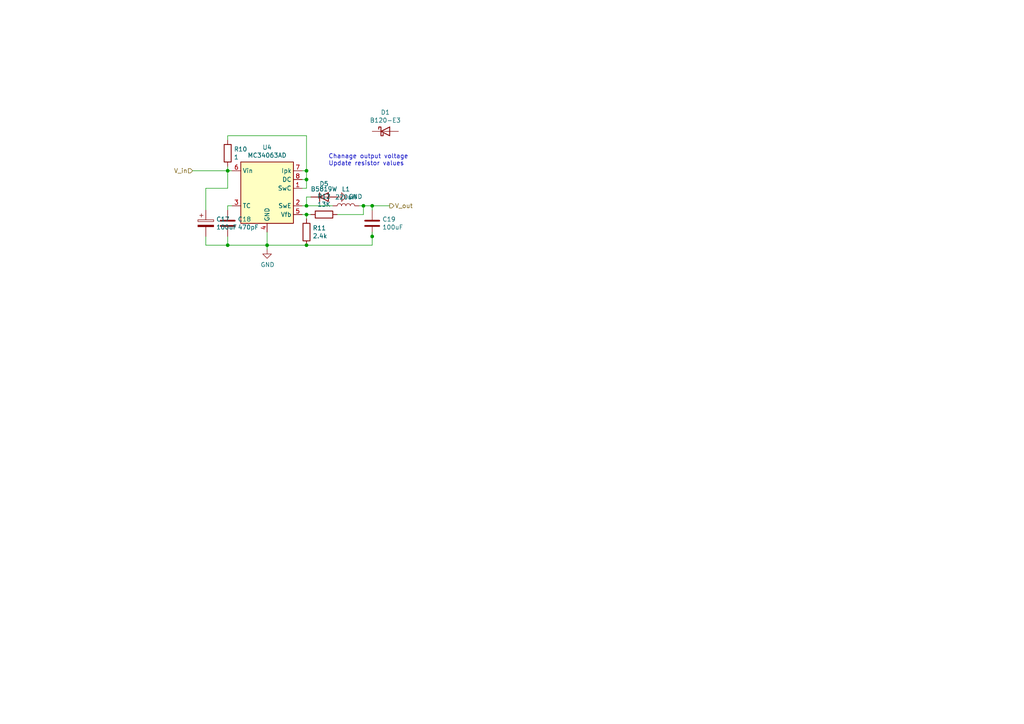
<source format=kicad_sch>
(kicad_sch (version 20220104) (generator eeschema)
  (paper "A4")
  (lib_symbols
    (symbol "Device:C" (pin_numbers hide) (pin_names (offset 0.254))
      (property "Reference" "C" (at 0.635 2.54 0))
      (property "Value" "C" (at 0.635 -2.54 0))
      (symbol "C_0_1"
        (polyline (pts (xy -2.032 -0.762) (xy 2.032 -0.762)) (stroke (width 0.508)))
        (polyline (pts (xy -2.032 0.762) (xy 2.032 0.762)) (stroke (width 0.508)))
      )
      (symbol "C_1_1"
        (pin passive line (at 0 3.81 270) (length 2.794) (name "~") (number "1"))
        (pin passive line (at 0 -3.81 90) (length 2.794) (name "~") (number "2"))
      )
    )
    (symbol "Device:CP" (pin_numbers hide) (pin_names (offset 0.254))
      (property "Reference" "C" (at 0.635 2.54 0))
      (property "Value" "Device_CP" (at 0.635 -2.54 0))
      (symbol "CP_0_1"
        (rectangle (start -2.286 0.508) (end 2.286 1.016))
        (polyline (pts (xy -1.778 2.286) (xy -0.762 2.286)))
        (polyline (pts (xy -1.27 2.794) (xy -1.27 1.778)))
        (rectangle (start 2.286 -0.508) (end -2.286 -1.016) (fill (type outline)))
      )
      (symbol "CP_1_1"
        (pin passive line (at 0 3.81 270) (length 2.794) (name "~") (number "1"))
        (pin passive line (at 0 -3.81 90) (length 2.794) (name "~") (number "2"))
      )
    )
    (symbol "Device:D" (pin_numbers hide) (pin_names (offset 1.016) hide)
      (property "Reference" "D" (at 0 2.54 0))
      (property "Value" "D" (at 0 -2.54 0))
      (symbol "D_0_1"
        (polyline (pts (xy -1.27 1.27) (xy -1.27 -1.27)) (stroke (width 0.254)))
        (polyline (pts (xy 1.27 0) (xy -1.27 0)))
        (polyline (pts (xy 1.27 1.27) (xy 1.27 -1.27) (xy -1.27 0) (xy 1.27 1.27)) (stroke (width 0.254)))
      )
      (symbol "D_1_1"
        (pin passive line (at -3.81 0 0) (length 2.54) (name "K") (number "1"))
        (pin passive line (at 3.81 0 180) (length 2.54) (name "A") (number "2"))
      )
    )
    (symbol "Device:L" (pin_numbers hide) (pin_names (offset 1.016) hide)
      (property "Reference" "L" (at -1.27 0 90))
      (property "Value" "L" (at 1.905 0 90))
      (symbol "L_0_1"
        (arc (start 0 -2.54) (mid 0.635 -1.905) (end 0 -1.27))
        (arc (start 0 -1.27) (mid 0.635 -0.635) (end 0 0))
        (arc (start 0 0) (mid 0.635 0.635) (end 0 1.27))
        (arc (start 0 1.27) (mid 0.635 1.905) (end 0 2.54))
      )
      (symbol "L_1_1"
        (pin passive line (at 0 3.81 270) (length 1.27) (name "1") (number "1"))
        (pin passive line (at 0 -3.81 90) (length 1.27) (name "2") (number "2"))
      )
    )
    (symbol "Device:R" (pin_numbers hide) (pin_names (offset 0))
      (property "Reference" "R" (at 2.032 0 90))
      (property "Value" "R" (at 0 0 90))
      (symbol "R_0_1"
        (rectangle (start -1.016 -2.54) (end 1.016 2.54) (stroke (width 0.254)))
      )
      (symbol "R_1_1"
        (pin passive line (at 0 3.81 270) (length 1.27) (name "~") (number "1"))
        (pin passive line (at 0 -3.81 90) (length 1.27) (name "~") (number "2"))
      )
    )
    (symbol "Diode:B120-E3" (pin_numbers hide) (pin_names hide)
      (property "Reference" "D" (at 0 2.54 0))
      (property "Value" "B120-E3" (at 0 -2.54 0))
      (symbol "B120-E3_0_1"
        (polyline (pts (xy 1.27 0) (xy -1.27 0)))
        (polyline (pts (xy 1.27 1.27) (xy 1.27 -1.27) (xy -1.27 0) (xy 1.27 1.27)) (stroke (width 0.254)))
        (polyline (pts (xy -1.905 0.635) (xy -1.905 1.27) (xy -1.27 1.27) (xy -1.27 -1.27) (xy -0.635 -1.27) (xy -0.635 -0.635)) (stroke (width 0.254)))
      )
      (symbol "B120-E3_1_1"
        (pin passive line (at -3.81 0 0) (length 2.54) (name "K") (number "1"))
        (pin passive line (at 3.81 0 180) (length 2.54) (name "A") (number "2"))
      )
    )
    (symbol "Regulator_Switching:MC34063AD"
      (property "Reference" "U" (at -7.62 8.89 0))
      (property "Value" "MC34063AD" (at 0 8.89 0))
      (symbol "MC34063AD_0_1"
        (rectangle (start -7.62 7.62) (end 7.62 -10.16) (stroke (width 0.254)) (fill (type background)))
      )
      (symbol "MC34063AD_1_1"
        (pin open_collector line (at 10.16 0 180) (length 2.54) (name "SwC") (number "1"))
        (pin open_emitter line (at 10.16 -5.08 180) (length 2.54) (name "SwE") (number "2"))
        (pin passive line (at -10.16 -5.08 0) (length 2.54) (name "TC") (number "3"))
        (pin power_in line (at 0 -12.7 90) (length 2.54) (name "GND") (number "4"))
        (pin input line (at 10.16 -7.62 180) (length 2.54) (name "Vfb") (number "5"))
        (pin power_in line (at -10.16 5.08 0) (length 2.54) (name "Vin") (number "6"))
        (pin input line (at 10.16 5.08 180) (length 2.54) (name "Ipk") (number "7"))
        (pin open_collector line (at 10.16 2.54 180) (length 2.54) (name "DC") (number "8"))
      )
    )
    (symbol "power:GND" (power) (pin_names (offset 0))
      (property "Value" "GND" (at 0 -3.81 0))
      (symbol "GND_0_1"
        (polyline (pts (xy 0 0) (xy 0 -1.27) (xy 1.27 -1.27) (xy 0 -2.54) (xy -1.27 -1.27) (xy 0 -1.27)))
      )
      (symbol "GND_1_1"
        (pin power_in line (at 0 0 270) (length 0) hide (name "GND") (number "1"))
      )
    )
  )
  (junction (at 66.04 49.53))
  (junction (at 77.47 71.12))
  (junction (at 88.9 52.07))
  (junction (at 107.95 59.69))
  (junction (at 88.9 71.12))
  (junction (at 88.9 49.53))
  (junction (at 107.95 68.58))
  (junction (at 105.41 59.69))
  (junction (at 88.9 62.23))
  (junction (at 88.9 59.69))
  (junction (at 66.04 71.12))
  (wire (pts (xy 59.69 71.12) (xy 66.04 71.12)))
  (wire (pts (xy 67.31 49.53) (xy 66.04 49.53)))
  (wire (pts (xy 107.95 60.96) (xy 107.95 59.69)))
  (wire (pts (xy 107.95 68.58) (xy 107.95 71.12)))
  (wire (pts (xy 66.04 40.64) (xy 66.04 39.37)))
  (wire (pts (xy 105.41 62.23) (xy 97.79 62.23)))
  (wire (pts (xy 55.88 49.53) (xy 66.04 49.53)))
  (wire (pts (xy 105.41 59.69) (xy 105.41 62.23)))
  (wire (pts (xy 66.04 59.69) (xy 67.31 59.69)))
  (wire (pts (xy 88.9 59.69) (xy 88.9 57.15)))
  (wire (pts (xy 88.9 71.12) (xy 77.47 71.12)))
  (wire (pts (xy 66.04 39.37) (xy 88.9 39.37)))
  (wire (pts (xy 88.9 59.69) (xy 96.52 59.69)))
  (wire (pts (xy 107.95 67.31) (xy 107.95 68.58)))
  (wire (pts (xy 88.9 71.12) (xy 107.95 71.12)))
  (wire (pts (xy 87.63 54.61) (xy 88.9 54.61)))
  (wire (pts (xy 88.9 39.37) (xy 88.9 49.53)))
  (wire (pts (xy 88.9 49.53) (xy 87.63 49.53)))
  (wire (pts (xy 88.9 62.23) (xy 90.17 62.23)))
  (wire (pts (xy 77.47 71.12) (xy 77.47 72.39)))
  (wire (pts (xy 88.9 57.15) (xy 90.17 57.15)))
  (wire (pts (xy 77.47 71.12) (xy 77.47 67.31)))
  (wire (pts (xy 104.14 59.69) (xy 105.41 59.69)))
  (wire (pts (xy 88.9 52.07) (xy 88.9 49.53)))
  (wire (pts (xy 59.69 68.58) (xy 59.69 71.12)))
  (wire (pts (xy 87.63 52.07) (xy 88.9 52.07)))
  (wire (pts (xy 87.63 59.69) (xy 88.9 59.69)))
  (wire (pts (xy 87.63 62.23) (xy 88.9 62.23)))
  (wire (pts (xy 66.04 49.53) (xy 66.04 54.61)))
  (wire (pts (xy 77.47 71.12) (xy 66.04 71.12)))
  (wire (pts (xy 66.04 71.12) (xy 66.04 68.58)))
  (wire (pts (xy 66.04 49.53) (xy 66.04 48.26)))
  (wire (pts (xy 107.95 59.69) (xy 113.03 59.69)))
  (wire (pts (xy 88.9 54.61) (xy 88.9 52.07)))
  (wire (pts (xy 66.04 60.96) (xy 66.04 59.69)))
  (wire (pts (xy 59.69 54.61) (xy 59.69 60.96)))
  (wire (pts (xy 66.04 54.61) (xy 59.69 54.61)))
  (wire (pts (xy 88.9 63.5) (xy 88.9 62.23)))
  (wire (pts (xy 105.41 59.69) (xy 107.95 59.69)))
  (text "Chanage output voltage\nUpdate resistor values" (at 95.25 48.26 0) (effects (font (size 1.27 1.27)) (justify left bottom)))
  (hierarchical_label "V_out" (shape output) (at 113.03 59.69 0))
  (hierarchical_label "V_in" (shape input) (at 55.88 49.53 180))
  (symbol (lib_id "Regulator_Switching:MC34063AD") (at 77.47 54.61 0) (unit 1)
    (property "Reference" "U4" (at 77.47 42.7482 0))
    (property "Value" "MC34063AD" (at 77.47 45.0596 0))
    (property "Footprint" "Package_SO:SOIC-8_3.9x4.9mm_P1.27mm" (effects hide))
    (property "Datasheet" "http://www.onsemi.com/pub_link/Collateral/MC34063A-D.PDF" (effects hide))
    (property "LCSC Part" "C32078" (effects hide))
  )
  (symbol (lib_id "power:GND") (at 77.47 72.39 0) (unit 1)
    (property "Reference" "#PWR0141" (effects hide))
    (property "Value" "GND" (at 77.597 76.7842 0))
  )
  (symbol (lib_id "Diode:B120-E3") (at 111.76 38.1 0) (unit 1)
    (property "Reference" "D1" (at 111.76 32.5882 0))
    (property "Value" "B120-E3" (at 111.76 34.8996 0))
    (property "Footprint" "Diode_adsfadsfafdSMD:D_SMA" (effects hide))
    (property "Datasheet" "http://www.vishay.com/docs/88946/b120.pdf" (effects hide))
    (property "LCSC Part" "C2480" (effects hide))
  )
  (symbol (lib_id "power:GND") (at 97.79 57.15 90) (unit 1)
    (property "Reference" "#PWR0142" (effects hide))
    (property "Value" "GND" (at 101.0412 57.023 90) (effects (justify right)))
  )
  (symbol (lib_id "Device:C") (at 66.04 64.77 0) (unit 1)
    (property "Reference" "C18" (at 68.961 63.6016 0) (effects (justify left)))
    (property "Value" "470pF" (at 68.961 65.913 0) (effects (justify left)))
    (property "Footprint" "Capacitor_SMD:C_0603_1608Metric" (effects hide))
    (property "LCSC Part" "C1620" (effects hide))
  )
  (symbol (lib_id "Device:R") (at 66.04 44.45 0) (unit 1)
    (property "Reference" "R10" (at 67.818 43.2816 0) (effects (justify left)))
    (property "Value" "1" (at 67.818 45.593 0) (effects (justify left)))
    (property "Footprint" "Resistor_SMD:R_0603_1608Metric" (effects hide))
    (property "LCSC Part" "C22936" (effects hide))
  )
  (symbol (lib_id "Device:R") (at 88.9 67.31 0) (unit 1)
    (property "Reference" "R11" (at 90.678 66.1416 0) (effects (justify left)))
    (property "Value" "2.4k" (at 90.678 68.453 0) (effects (justify left)))
    (property "Footprint" "Resistor_SMD:R_0603_1608Metric" (effects hide))
    (property "LCSC Part" "C22940" (effects hide))
  )
  (symbol (lib_id "Device:R") (at 93.98 62.23 270) (unit 1)
    (property "Reference" "R12" (at 93.98 56.9722 90))
    (property "Value" "13K" (at 93.98 59.2836 90))
    (property "Footprint" "Resistor_SMD:R_0603_1608Metric" (effects hide))
    (property "LCSC Part" "C22797" (effects hide))
  )
  (symbol (lib_id "Device:CP") (at 59.69 64.77 0) (unit 1)
    (property "Reference" "C17" (at 62.6872 63.6016 0) (effects (justify left)))
    (property "Value" "100uF" (at 62.6872 65.913 0) (effects (justify left)))
    (property "Footprint" "Capacitor_SMD:CP_Elec_8x10.5" (effects hide))
    (property "LCSC Part" "C3352" (effects hide))
  )
  (symbol (lib_id "Device:L") (at 100.33 59.69 90) (unit 1)
    (property "Reference" "L1" (at 100.33 54.864 90))
    (property "Value" "220uH" (at 100.33 57.1754 90))
    (property "Footprint" "rpi-pico-debugger-shoe:SCCD43" (effects hide))
    (property "LCSC Part" "C532867" (effects hide))
  )
  (symbol (lib_id "Device:C") (at 107.95 64.77 180) (unit 1)
    (property "Reference" "C19" (at 110.871 63.6016 0) (effects (justify right)))
    (property "Value" "100uF" (at 110.871 65.913 0) (effects (justify right)))
    (property "Footprint" "Capacitor_SMD:C_1206_3216Metric" (effects hide))
    (property "LCSC Part" "C312983" (effects hide))
  )
  (symbol (lib_id "Device:D") (at 93.98 57.15 0) (unit 1)
    (property "Reference" "D5" (at 93.98 53.3146 0))
    (property "Value" "B5819W" (at 93.98 54.8386 0))
    (property "Footprint" "Diode_SMD:D_SOD-123" (effects hide))
    (property "LCSC Part" "C8598" (effects hide))
  )
)
</source>
